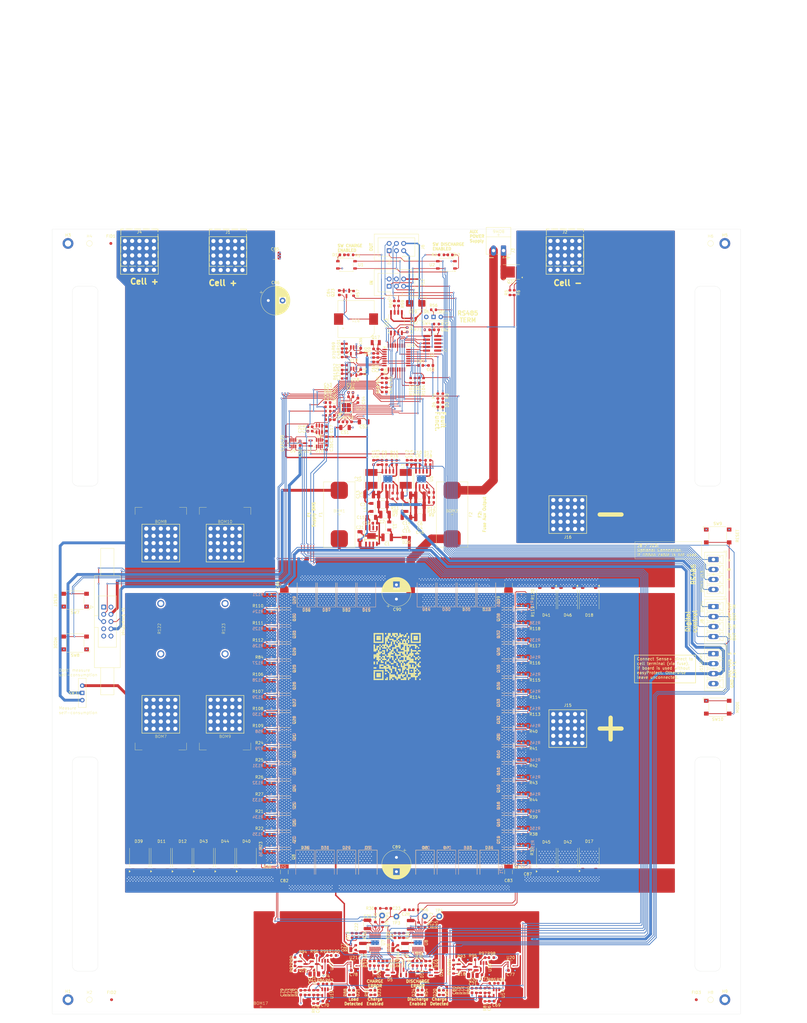
<source format=kicad_pcb>
(kicad_pcb
	(version 20241229)
	(generator "pcbnew")
	(generator_version "9.0")
	(general
		(thickness 1.74)
		(legacy_teardrops no)
	)
	(paper "A2" portrait)
	(layers
		(0 "F.Cu" signal)
		(4 "In1.Cu" signal)
		(6 "In2.Cu" signal)
		(8 "In3.Cu" signal)
		(10 "In4.Cu" signal)
		(2 "B.Cu" signal)
		(9 "F.Adhes" user "F.Adhesive")
		(11 "B.Adhes" user "B.Adhesive")
		(13 "F.Paste" user)
		(15 "B.Paste" user)
		(5 "F.SilkS" user "F.Silkscreen")
		(7 "B.SilkS" user "B.Silkscreen")
		(1 "F.Mask" user)
		(3 "B.Mask" user)
		(17 "Dwgs.User" user "User.Drawings")
		(19 "Cmts.User" user "User.Comments")
		(21 "Eco1.User" user "User.Eco1")
		(23 "Eco2.User" user "User.Eco2")
		(25 "Edge.Cuts" user)
		(27 "Margin" user)
		(31 "F.CrtYd" user "F.Courtyard")
		(29 "B.CrtYd" user "B.Courtyard")
		(35 "F.Fab" user)
		(33 "B.Fab" user)
		(39 "User.1" user)
		(41 "User.2" user "User.2 -Bemaßung")
		(43 "User.3" user "User.3 - Heatsink")
		(45 "User.4" user)
		(47 "User.5" user)
		(49 "User.6" user)
		(51 "User.7" user)
		(53 "User.8" user)
		(55 "User.9" user)
	)
	(setup
		(stackup
			(layer "F.SilkS"
				(type "Top Silk Screen")
			)
			(layer "F.Paste"
				(type "Top Solder Paste")
			)
			(layer "F.Mask"
				(type "Top Solder Mask")
				(color "Red")
				(thickness 0.01)
			)
			(layer "F.Cu"
				(type "copper")
				(thickness 0.07)
			)
			(layer "dielectric 1"
				(type "prepreg")
				(thickness 0.1)
				(material "FR4")
				(epsilon_r 4.5)
				(loss_tangent 0.02)
			)
			(layer "In1.Cu"
				(type "copper")
				(thickness 0.07)
			)
			(layer "dielectric 2"
				(type "core")
				(thickness 0.535)
				(material "FR4")
				(epsilon_r 4.5)
				(loss_tangent 0.02)
			)
			(layer "In2.Cu"
				(type "copper")
				(thickness 0.07)
			)
			(layer "dielectric 3"
				(type "prepreg")
				(thickness 0.1)
				(material "FR4")
				(epsilon_r 4.5)
				(loss_tangent 0.02)
			)
			(layer "In3.Cu"
				(type "copper")
				(thickness 0.035)
			)
			(layer "dielectric 4"
				(type "core")
				(thickness 0.535)
				(material "FR4")
				(epsilon_r 4.5)
				(loss_tangent 0.02)
			)
			(layer "In4.Cu"
				(type "copper")
				(thickness 0.035)
			)
			(layer "dielectric 5"
				(type "prepreg")
				(thickness 0.1)
				(material "FR4")
				(epsilon_r 4.5)
				(loss_tangent 0.02)
			)
			(layer "B.Cu"
				(type "copper")
				(thickness 0.07)
			)
			(layer "B.Mask"
				(type "Bottom Solder Mask")
				(color "Red")
				(thickness 0.01)
			)
			(layer "B.Paste"
				(type "Bottom Solder Paste")
			)
			(layer "B.SilkS"
				(type "Bottom Silk Screen")
			)
			(copper_finish "None")
			(dielectric_constraints no)
		)
		(pad_to_mask_clearance 0)
		(allow_soldermask_bridges_in_footprints no)
		(tenting front back)
		(aux_axis_origin 52.5 395)
		(grid_origin 173 120)
		(pcbplotparams
			(layerselection 0x00000000_00000000_55555555_5755f5ff)
			(plot_on_all_layers_selection 0x00000000_00000000_00000000_00000000)
			(disableapertmacros no)
			(usegerberextensions no)
			(usegerberattributes yes)
			(usegerberadvancedattributes yes)
			(creategerberjobfile yes)
			(dashed_line_dash_ratio 12.000000)
			(dashed_line_gap_ratio 3.000000)
			(svgprecision 4)
			(plotframeref no)
			(mode 1)
			(useauxorigin no)
			(hpglpennumber 1)
			(hpglpenspeed 20)
			(hpglpendiameter 15.000000)
			(pdf_front_fp_property_popups yes)
			(pdf_back_fp_property_popups yes)
			(pdf_metadata yes)
			(pdf_single_document no)
			(dxfpolygonmode yes)
			(dxfimperialunits yes)
			(dxfusepcbnewfont yes)
			(psnegative no)
			(psa4output no)
			(plot_black_and_white yes)
			(plotinvisibletext no)
			(sketchpadsonfab no)
			(plotpadnumbers no)
			(hidednponfab no)
			(sketchdnponfab yes)
			(crossoutdnponfab yes)
			(subtractmaskfromsilk no)
			(outputformat 1)
			(mirror no)
			(drillshape 1)
			(scaleselection 1)
			(outputdirectory "")
		)
	)
	(net 0 "")
	(net 1 "Net-(D1-K)")
	(net 2 "GND")
	(net 3 "Net-(D2-K)")
	(net 4 "VCC")
	(net 5 "Net-(D1-A)")
	(net 6 "BAT+CONTROLED")
	(net 7 "Net-(C10-Pad1)")
	(net 8 "5V5")
	(net 9 "Net-(U3-SS)")
	(net 10 "5V0")
	(net 11 "VREF")
	(net 12 "/ps/in")
	(net 13 "Net-(J3-2)")
	(net 14 "/greenMeter/ISENSE_FAST+")
	(net 15 "/greenMeter/ISENSE_PREZ+")
	(net 16 "/greenMeter/ISENSE_PREZ-")
	(net 17 "Net-(Q4-G)")
	(net 18 "/greenMeter/ISENSE_FAST-")
	(net 19 "Net-(Q5-G)")
	(net 20 "Net-(Q6-G)")
	(net 21 "Net-(Q7-G)")
	(net 22 "Net-(Q8-G)")
	(net 23 "Net-(U18-+IN)")
	(net 24 "Net-(D4-A)")
	(net 25 "Net-(J3-1)")
	(net 26 "/greenMeter/RS485_D")
	(net 27 "Net-(U19-+IN)")
	(net 28 "Net-(U22-CAPN)")
	(net 29 "/greenMeter/RS485_R")
	(net 30 "/greenMeter/SPI1_MOSI")
	(net 31 "/greenMeter/ADC_START")
	(net 32 "/greenMeter/SPI1_MISO")
	(net 33 "/greenMeter/ADC_DRDY")
	(net 34 "/greenMeter/ADC_RESET")
	(net 35 "/greenMeter/ADC_CS")
	(net 36 "/greenMeter/SPI1_SCK")
	(net 37 "/OVP_IN")
	(net 38 "/chargeControl/SNS+")
	(net 39 "/chargeControl/SNS-")
	(net 40 "/LVP_IN")
	(net 41 "/OVP_OUT")
	(net 42 "/LVP_OUT")
	(net 43 "Net-(Q1-G)")
	(net 44 "Net-(Q2-G)")
	(net 45 "Net-(Q3-G)")
	(net 46 "/greenMeter/CHARGE_ENABLED")
	(net 47 "/greenMeter/DISCHARGE_ENABLED")
	(net 48 "/greenMeter/AUX_EN")
	(net 49 "/greenMeter/ISENSE+")
	(net 50 "/greenMeter/ISENSE-")
	(net 51 "/greenMeter/SWCLK")
	(net 52 "/switchControl/CHG_DETECTED")
	(net 53 "Net-(U17-+)")
	(net 54 "/switchControl/LOAD_DETECTED")
	(net 55 "unconnected-(J7-Pin_7-Pad7)")
	(net 56 "/greenMeter/USENSE_SHUNT_BUF")
	(net 57 "/greenMeter/USENSE+_BUF")
	(net 58 "/greenMeter/SWDIO")
	(net 59 "/CHARGE_CONTROL")
	(net 60 "Net-(Q22-G)")
	(net 61 "Net-(U12-PA10{slash}NC)")
	(net 62 "Net-(Q13-G)")
	(net 63 "Net-(Q14-G)")
	(net 64 "Net-(Q15-G)")
	(net 65 "Net-(Q16-G)")
	(net 66 "/BUS_+5V")
	(net 67 "Net-(U4-VIN)")
	(net 68 "Net-(U4-BST)")
	(net 69 "Net-(U4-SW)")
	(net 70 "Net-(U5-SW)")
	(net 71 "Net-(U5-BST)")
	(net 72 "Net-(C11-Pad1)")
	(net 73 "Net-(U4-FB)")
	(net 74 "Net-(U5-FB)")
	(net 75 "Net-(C11-Pad2)")
	(net 76 "Net-(C12-Pad2)")
	(net 77 "Net-(U6-FILTER)")
	(net 78 "Net-(U7-SNS-)")
	(net 79 "Net-(C23-Pad1)")
	(net 80 "Net-(U7-TIMER)")
	(net 81 "Net-(U8-SNS-)")
	(net 82 "Net-(U8-TIMER)")
	(net 83 "Net-(U22-CAPP)")
	(net 84 "Net-(U12-PC14)")
	(net 85 "Net-(U12-PC15)")
	(net 86 "Net-(U12-PC6)")
	(net 87 "Net-(Q20-C)")
	(net 88 "Net-(Q21-C)")
	(net 89 "Net-(D2-A)")
	(net 90 "Net-(D3-A)")
	(net 91 "/BUS_GND")
	(net 92 "/BUS_B")
	(net 93 "Net-(D10-K)")
	(net 94 "Net-(D16-K)")
	(net 95 "Net-(D20-A)")
	(net 96 "Net-(D21-A)")
	(net 97 "/BUS_A")
	(net 98 "/chargeControl/vcc_int")
	(net 99 "/dischargeControl/vcc_int")
	(net 100 "unconnected-(D5-NC-Pad2)")
	(net 101 "unconnected-(D22-NC-Pad2)")
	(net 102 "Net-(Q9-G)")
	(net 103 "Net-(Q10-G)")
	(net 104 "Net-(Q11-G)")
	(net 105 "Net-(Q12-G)")
	(net 106 "Net-(U4-EN{slash}UVLO)")
	(net 107 "Net-(U5-EN{slash}UVLO)")
	(net 108 "Net-(U4-RON)")
	(net 109 "Net-(U5-RON)")
	(net 110 "Net-(U7-ISET)")
	(net 111 "Net-(U7-TGUP)")
	(net 112 "Net-(U7-VCCUV)")
	(net 113 "Net-(U8-ISET)")
	(net 114 "Net-(U8-TGUP)")
	(net 115 "Net-(U8-VCCUV)")
	(net 116 "Net-(U15-+)")
	(net 117 "Net-(U14-+)")
	(net 118 "Net-(U14--)")
	(net 119 "Net-(Q18-B)")
	(net 120 "Net-(Q19-B)")
	(net 121 "Net-(Q18-C)")
	(net 122 "Net-(Q19-C)")
	(net 123 "Net-(U16-+)")
	(net 124 "Net-(U7-IMON)")
	(net 125 "Net-(U8-IMON)")
	(net 126 "Net-(U11-V_{OUT})")
	(net 127 "Net-(U16-Pad1)")
	(net 128 "Net-(U17-Pad1)")
	(net 129 "/LOAD_CONTROL")
	(net 130 "/chargeControl/SWITCH_OUT")
	(net 131 "/chargeControl/BST")
	(net 132 "/dischargeControl/BST")
	(net 133 "/U_SENSE+")
	(net 134 "/greenMeter/LVP_SENSE_DIV")
	(net 135 "/greenMeter/OVP_SENSE_DIV")
	(net 136 "Net-(D23-A)")
	(net 137 "Net-(D24-A)")
	(net 138 "/B+Terminal")
	(net 139 "Net-(SW3-B)")
	(net 140 "Net-(BZ1--)")
	(net 141 "/greenMeter/Buzzer")
	(net 142 "/chargeControl/~{Fault}")
	(net 143 "R2{slash}COM")
	(net 144 "Net-(Q23-B)")
	(net 145 "/dischargeControl/~{Fault}")
	(net 146 "Net-(U15--)")
	(net 147 "Net-(U22-REFOUT)")
	(net 148 "Net-(U22-BYPASS)")
	(net 149 "Net-(U13-A)")
	(net 150 "Net-(U13-B)")
	(net 151 "unconnected-(U22-NC-7-Pad25)")
	(net 152 "unconnected-(U22-NC-6-Pad24)")
	(net 153 "unconnected-(U22-NC-8-Pad26)")
	(net 154 "unconnected-(U22-NC-3-Pad21)")
	(net 155 "unconnected-(U22-NC-4-Pad22)")
	(net 156 "unconnected-(U22-NC-9-Pad27)")
	(net 157 "unconnected-(U22-NC-2-Pad20)")
	(net 158 "unconnected-(U22-NC-1-Pad19)")
	(net 159 "unconnected-(U22-NC-5-Pad23)")
	(net 160 "Net-(C28-Pad1)")
	(net 161 "unconnected-(H1-Pad1)")
	(net 162 "unconnected-(H3-Pad1)")
	(net 163 "unconnected-(H5-Pad1)")
	(net 164 "unconnected-(H9-Pad1)")
	(net 165 "Net-(R55-Pad2)")
	(net 166 "Net-(R62-Pad2)")
	(net 167 "~{OC_FAULT}")
	(net 168 "Net-(SW4-B)")
	(net 169 "unconnected-(SW4-A-Pad3)")
	(net 170 "Net-(D26-K)")
	(net 171 "Net-(D27-K)")
	(net 172 "Net-(D28-K)")
	(net 173 "/p_good")
	(net 174 "Net-(U7-VIN)")
	(net 175 "Net-(U8-VIN)")
	(net 176 "Net-(Q24-G)")
	(net 177 "Net-(Q25-G)")
	(net 178 "Net-(Q26-G)")
	(net 179 "Net-(Q27-G)")
	(net 180 "Net-(Q28-G)")
	(net 181 "Net-(Q29-G)")
	(net 182 "Net-(Q30-G)")
	(net 183 "Net-(Q31-G)")
	(net 184 "Net-(Q32-G)")
	(net 185 "Net-(Q33-G)")
	(net 186 "Net-(Q34-G)")
	(net 187 "Net-(Q35-G)")
	(net 188 "Net-(Q36-G)")
	(net 189 "Net-(Q37-G)")
	(net 190 "Net-(Q38-G)")
	(net 191 "Net-(Q39-G)")
	(net 192 "SWITCH_IN")
	(net 193 "Net-(Q40-G)")
	(net 194 "Net-(Q41-G)")
	(net 195 "Net-(Q42-G)")
	(net 196 "Net-(Q43-G)")
	(net 197 "Net-(Q44-G)")
	(net 198 "Net-(Q45-G)")
	(net 199 "Net-(Q46-G)")
	(net 200 "Net-(Q47-G)")
	(net 201 "Net-(Q48-G)")
	(net 202 "Net-(Q49-G)")
	(net 203 "Net-(Q50-G)")
	(net 204 "Net-(Q51-G)")
	(net 205 "Net-(Q52-G)")
	(net 206 "Net-(Q53-G)")
	(net 207 "Net-(Q54-G)")
	(net 208 "Net-(Q55-G)")
	(net 209 "Net-(Q56-G)")
	(net 210 "Net-(Q57-G)")
	(net 211 "Net-(Q58-G)")
	(net 212 "Net-(Q59-G)")
	(net 213 "Net-(Q60-G)")
	(net 214 "Net-(Q61-G)")
	(net 215 "Net-(Q62-G)")
	(net 216 "Net-(Q63-G)")
	(net 217 "Net-(Q64-G)")
	(net 218 "Net-(Q65-G)")
	(net 219 "Net-(Q66-G)")
	(net 220 "Net-(Q67-G)")
	(net 221 "Net-(Q68-G)")
	(net 222 "Net-(Q69-G)")
	(net 223 "Net-(Q70-G)")
	(net 224 "Net-(Q71-G)")
	(net 225 "/chargeControl/vg")
	(net 226 "/dischargeControl/vg")
	(footprint "Connector_Pin:Pin_D1.0mm_L10.0mm" (layer "F.Cu") (at 168 360.5))
	(footprint "Diode_SMD:D_SMC" (layer "F.Cu") (at 141 342.5 -90))
	(footprint "Resistor_SMD:R_0603_1608Metric" (layer "F.Cu") (at 195.75 376 180))
	(footprint "Connector_PinHeader_1.27mm:PinHeader_2x05_P1.27mm_Vertical_SMD" (layer "F.Cu") (at 185.5 160 180))
	(footprint "Capacitor_SMD:C_1210_3225Metric" (layer "F.Cu") (at 162.875 363.625 -90))
	(footprint "Resistor_SMD:R_0603_1608Metric" (layer "F.Cu") (at 145.5 387.5 90))
	(footprint "Resistor_SMD:R_0603_1608Metric" (layer "F.Cu") (at 155.5 168.5 -90))
	(footprint "Resistor_SMD:R_0603_1608Metric" (layer "F.Cu") (at 168 173 90))
	(footprint "Resistor_SMD:R_0603_1608Metric" (layer "F.Cu") (at 127.75 258))
	(footprint "Resistor_SMD:R_0603_1608Metric" (layer "F.Cu") (at 203.25 375.25))
	(footprint "Capacitor_SMD:C_0603_1608Metric" (layer "F.Cu") (at 168 170 -90))
	(footprint "Diode_SMD:D_SMC" (layer "F.Cu") (at 198 342.5 -90))
	(footprint "Resistor_SMD:R_0603_1608Metric" (layer "F.Cu") (at 214.25 142.25 -90))
	(footprint "Capacitor_THT:CP_Radial_D10.0mm_P5.00mm" (layer "F.Cu") (at 173 249.617677 90))
	(footprint "Resistor_SMD:R_0603_1608Metric" (layer "F.Cu") (at 218.25 338 180))
	(footprint "myConnector:IDC-Header_2x05_P2.54mm_Latch9.5mm_Vertical" (layer "F.Cu") (at 70.5 252.42))
	(footprint "Capacitor_SMD:C_0603_1608Metric" (layer "F.Cu") (at 165 162.75 90))
	(footprint "Resistor_SMD:R_0603_1608Metric" (layer "F.Cu") (at 149 182.25))
	(footprint "Package_TO_SOT_SMD:TO-252-2" (layer "F.Cu") (at 240.5 250 -90))
	(footprint "Capacitor_SMD:C_0603_1608Metric" (layer "F.Cu") (at 153.5 187.5))
	(footprint "Resistor_SMD:R_0603_1608Metric" (layer "F.Cu") (at 144 390.5 90))
	(footprint "Capacitor_SMD:C_0603_1608Metric" (layer "F.Cu") (at 179 151.25 180))
	(footprint "Package_SO:SOIC-8_5.3x5.3mm_P1.27mm"
		(layer "F.Cu")
		(uuid "174c734c-786f-43cc-91b8-b4e4b184370e")
		(at 173 152.75 90)
		(descr "SOIC, 8 Pin (JEITA/EIAJ 08-001-BBA and Atmel/Microchip, 208 mils width, https://www.jeita.or.jp/japanese/standard/book/ED-7311-19/#target/page_no=21, https://ww1.microchip.com/downloads/en/DeviceDoc/20005045C.pdf#page=23, https://ww1.microchip.com/downloads/en/DeviceDoc/doc2535.pdf#page=162), generated with kicad-footprint-generator ipc_gullwing_generator.py")
		(tags "SOIC SO P-SOP SOP SOP-8 SO SO-8 8S2 S2AE/F K04-056 CASE-751BE SO8W 8-Pin-SOIC PSA W8-2 W8-4 W8MS-1")
		(property "Reference" "U13"
			(at 0 -3.6 90)
			(layer "F.SilkS")
			(uuid "b08b2d4a-421c-4176-b474-f51f0e9e6a86")
			(effects
				(font
					(size 1 1)
					(thickness 0.15)
				)
			)
		)
		(property "Value" "MAX22025FAWA+"
			(at 0 3.6 90)
			(layer "F.Fab")
			(uuid "fd51aa9c-2231-4e91-8401-d9de4364b762")
			(effects
				(font
					(size 1 1)
					(thickness 0.15)
				)
			)
		)
		(property "Datasheet" "https://www.analog.com/media/en/technical-documentation/data-sheets/MAX22025-MAX22028F.pdf"
			(at 0 0 90)
			(layer "F.Fab")
			(hide yes)
			(uuid "78f19867-6e2f-4b70-a259-2737f3a1a60d")
			(effects
				(font
					(size 1.27 1.27)
					(thickness 0.15)
				)
			)
		)
		(property "Description" "MAX22025FAWA+ TREIBER/ISOLIERT/SOIC-Wide-8 SMD"
			(at 0 0 90)
			(layer "F.Fab")
			(hide yes)
			(uuid "418cbb35-34f1-4c38-9fae-705e5029a984")
			(effects
				(font
					(size 1.27 1.27)
					(thickness 0.15)
				)
			)
		)
		(property "Field-1" ""
			(at 0 0 90)
			(unlocked yes)
			(layer "F.Fab")
			(hide yes)
			(uuid "edd8044c-1ad7-4292-9542-93f4173a4d5b")
			(effects
				(font
					(size 1 1)
					(thickness 0.15)
				)
			)
		)
		(property "Sim.Device" ""
			(at 0 0 90)
			(unlocked yes)
			(layer "F.Fab")
			(hide yes)
			(uuid "42ca892b-d5fc-4b9b-bdab-b5ddb448ffed")
			(effects
				(font
					(size 1 1)
					(thickness 0.15)
				)
			)
		)
		(property "Sim.Pins" ""
			(at 0 0 90)
			(unlocked yes)
			(layer "F.Fab")
			(hide yes)
			(uuid "38ee2d5a-400c-4a43-b497-3cb6b124e05d")
			(effects
				(font
					(size 1 1)
					(thickness 0.15)
				)
			)
		)
		(property "ECS Art#" "IC375"
			(at 0 0 90)
			(unlocked yes)
			(layer "F.Fab")
			(hide yes)
			(uuid "f869447e-cebf-4b87-89c8-4e604106eb89")
			(effects
				(font
					(size 1 1)
					(thickness 0.15)
				)
			)
		)
		(property "HAN" "MAX22025FAWA+"
			(at 0 0 90)
			(unlocked yes)
			(layer "F.Fab")
			(hide yes)
			(uuid "f0bc55a6-d8bc-47e3-a988-1558922d1c0d")
			(effects
				(font
					(size 1 1)
					(thickness 0.15)
				)
			)
		)
		(property "Hersteller" "Analog Devices"
			(at 0 0 90)
			(unlocked yes)
			(layer "F.Fab")
			(hide yes)
			(uuid "b686398a-4f23-4fa9-b5e3-97805c848c68")
			(effects
				(font
					(size 1 1)
					(thickness 0.15)
				)
			)
		)
		(property "Voltage" ""
			(at 0 0 90)
			(unlocked yes)
			(layer "F.Fab")
			(hide yes)
			(uuid "2a6c2790-ea73-4024-b95f-83377cd246df")
			(effects
				(font
					(size 1 1)
					(thickness 0.15)
				)
			)
		)
... [5366405 chars truncated]
</source>
